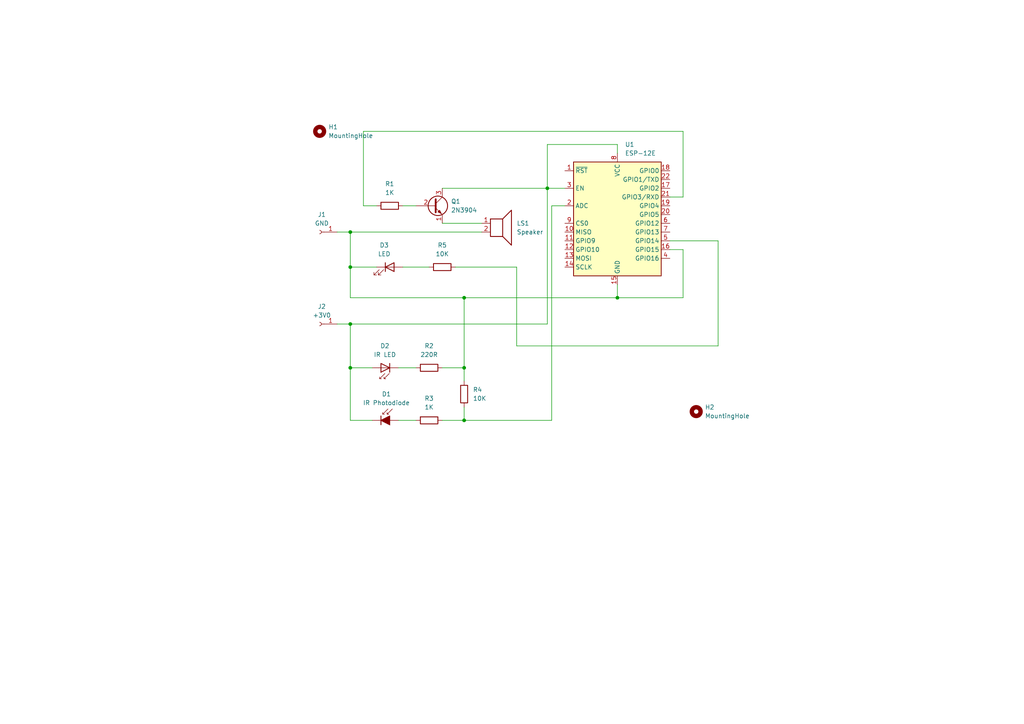
<source format=kicad_sch>
(kicad_sch (version 20231120) (generator "eeschema") (generator_version "8.0")
  (paper "A4")
  (lib_symbols
    (symbol "Connector:Conn_01x01_Socket" (pin_names (offset 1.016) hide)
      (property "Reference" "J" (at 0 2.54 0))
      (property "Value" "Conn_01x01_Socket" (at 0 -2.54 0))
      (symbol "Conn_01x01_Socket_1_1"
        (polyline (pts (xy -1.27 0) (xy -0.508 0)) (stroke (width 0.1524)))
        (arc (start 0 0.508) (mid -0.5058 0) (end 0 -0.508) (stroke (width 0.1524)))
        (pin passive line (at -5.08 0 0) (length 3.81) (name "Pin_1") (number "1"))
      )
    )
    (symbol "Device:D_Photo_Filled" (pin_numbers hide) (pin_names hide)
      (property "Reference" "D" (at 0.508 1.778 0))
      (property "Value" "D_Photo_Filled" (at -1.016 -2.794 0))
      (symbol "D_Photo_Filled_0_1"
        (polyline (pts (xy -2.54 1.27) (xy -2.54 -1.27)) (stroke (width 0.254)))
        (polyline (pts (xy -2.032 1.778) (xy -1.524 1.778)))
        (polyline (pts (xy 0 0) (xy -2.54 0)))
        (polyline (pts (xy -0.508 3.302) (xy -2.032 1.778) (xy -2.032 2.286)))
        (polyline (pts (xy 0 -1.27) (xy 0 1.27) (xy -2.54 0) (xy 0 -1.27)) (stroke (width 0.254)) (fill (type outline)))
        (polyline (pts (xy 0.762 3.302) (xy -0.762 1.778) (xy -0.762 2.286) (xy -0.762 1.778) (xy -0.254 1.778)))
      )
      (symbol "D_Photo_Filled_1_1"
        (pin passive line (at -5.08 0 0) (length 2.54) (name "K") (number "1"))
        (pin passive line (at 2.54 0 180) (length 2.54) (name "A") (number "2"))
      )
    )
    (symbol "Device:LED" (pin_numbers hide) (pin_names (offset 1.016) hide)
      (property "Reference" "D" (at 0 2.54 0))
      (property "Value" "LED" (at 0 -2.54 0))
      (symbol "LED_0_1"
        (polyline (pts (xy -1.27 -1.27) (xy -1.27 1.27)) (stroke (width 0.254)))
        (polyline (pts (xy -1.27 0) (xy 1.27 0)))
        (polyline (pts (xy 1.27 -1.27) (xy 1.27 1.27) (xy -1.27 0) (xy 1.27 -1.27)) (stroke (width 0.254)))
        (polyline (pts (xy -3.048 -0.762) (xy -4.572 -2.286) (xy -3.81 -2.286) (xy -4.572 -2.286) (xy -4.572 -1.524)))
        (polyline (pts (xy -1.778 -0.762) (xy -3.302 -2.286) (xy -2.54 -2.286) (xy -3.302 -2.286) (xy -3.302 -1.524)))
      )
      (symbol "LED_1_1"
        (pin passive line (at -3.81 0 0) (length 2.54) (name "K") (number "1"))
        (pin passive line (at 3.81 0 180) (length 2.54) (name "A") (number "2"))
      )
    )
    (symbol "Device:R" (pin_numbers hide) (pin_names (offset 0))
      (property "Reference" "R" (at 2.032 0 90))
      (property "Value" "R" (at 0 0 90))
      (symbol "R_0_1"
        (rectangle (start -1.016 -2.54) (end 1.016 2.54) (stroke (width 0.254)))
      )
      (symbol "R_1_1"
        (pin passive line (at 0 3.81 270) (length 1.27) (name "~") (number "1"))
        (pin passive line (at 0 -3.81 90) (length 1.27) (name "~") (number "2"))
      )
    )
    (symbol "Device:Speaker" (pin_names (offset 0) hide)
      (property "Reference" "LS" (at 1.27 5.715 0))
      (property "Value" "Speaker" (at 1.27 3.81 0))
      (symbol "Speaker_0_0"
        (rectangle (start -2.54 1.27) (end 1.016 -3.81) (stroke (width 0.254)))
        (polyline (pts (xy 1.016 1.27) (xy 3.556 3.81) (xy 3.556 -6.35) (xy 1.016 -3.81)) (stroke (width 0.254)))
      )
      (symbol "Speaker_1_1"
        (pin input line (at -5.08 0 0) (length 2.54) (name "1") (number "1"))
        (pin input line (at -5.08 -2.54 0) (length 2.54) (name "2") (number "2"))
      )
    )
    (symbol "LED:IR204A" (pin_numbers hide) (pin_names (offset 1.016) hide)
      (property "Reference" "D" (at 0.508 1.778 0))
      (property "Value" "IR204A" (at -1.016 -2.794 0))
      (symbol "IR204A_0_1"
        (polyline (pts (xy -2.54 1.27) (xy -2.54 -1.27)) (stroke (width 0.254)))
        (polyline (pts (xy 0 0) (xy -2.54 0)))
        (polyline (pts (xy 0.381 3.175) (xy -0.127 3.175)))
        (polyline (pts (xy -1.143 1.651) (xy 0.381 3.175) (xy 0.381 2.667)))
        (polyline (pts (xy 0 1.27) (xy -2.54 0) (xy 0 -1.27) (xy 0 1.27)) (stroke (width 0.254)))
        (polyline (pts (xy -2.413 1.651) (xy -0.889 3.175) (xy -0.889 2.667) (xy -0.889 3.175) (xy -1.397 3.175)))
      )
      (symbol "IR204A_1_1"
        (pin passive line (at -5.08 0 0) (length 2.54) (name "K") (number "1"))
        (pin passive line (at 2.54 0 180) (length 2.54) (name "A") (number "2"))
      )
    )
    (symbol "Mechanical:MountingHole" (pin_names (offset 1.016)) (exclude_from_sim yes) (in_bom no)
      (property "Reference" "H" (at 0 5.08 0))
      (property "Value" "MountingHole" (at 0 3.175 0))
      (symbol "MountingHole_0_1"
        (circle (center 0 0) (radius 1.27) (stroke (width 1.27)))
      )
    )
    (symbol "RF_Module:ESP-12E"
      (property "Reference" "U" (at -12.7 19.05 0))
      (property "Value" "ESP-12E" (at 12.7 19.05 0))
      (symbol "ESP-12E_0_1"
        (rectangle (start -12.7 17.78) (end 12.7 -15.24) (stroke (width 0.254)) (fill (type background)))
      )
      (symbol "ESP-12E_1_1"
        (pin input line (at -15.24 15.24 0) (length 2.54) (name "~{RST}") (number "1"))
        (pin bidirectional line (at -15.24 -2.54 0) (length 2.54) (name "MISO") (number "10"))
        (pin bidirectional line (at -15.24 -5.08 0) (length 2.54) (name "GPIO9") (number "11"))
        (pin bidirectional line (at -15.24 -7.62 0) (length 2.54) (name "GPIO10") (number "12"))
        (pin bidirectional line (at -15.24 -10.16 0) (length 2.54) (name "MOSI") (number "13"))
        (pin bidirectional line (at -15.24 -12.7 0) (length 2.54) (name "SCLK") (number "14"))
        (pin power_in line (at 0 -17.78 90) (length 2.54) (name "GND") (number "15"))
        (pin bidirectional line (at 15.24 -7.62 180) (length 2.54) (name "GPIO15") (number "16"))
        (pin bidirectional line (at 15.24 10.16 180) (length 2.54) (name "GPIO2") (number "17"))
        (pin bidirectional line (at 15.24 15.24 180) (length 2.54) (name "GPIO0") (number "18"))
        (pin bidirectional line (at 15.24 5.08 180) (length 2.54) (name "GPIO4") (number "19"))
        (pin input line (at -15.24 5.08 0) (length 2.54) (name "ADC") (number "2"))
        (pin bidirectional line (at 15.24 2.54 180) (length 2.54) (name "GPIO5") (number "20"))
        (pin bidirectional line (at 15.24 7.62 180) (length 2.54) (name "GPIO3/RXD") (number "21"))
        (pin bidirectional line (at 15.24 12.7 180) (length 2.54) (name "GPIO1/TXD") (number "22"))
        (pin input line (at -15.24 10.16 0) (length 2.54) (name "EN") (number "3"))
        (pin bidirectional line (at 15.24 -10.16 180) (length 2.54) (name "GPIO16") (number "4"))
        (pin bidirectional line (at 15.24 -5.08 180) (length 2.54) (name "GPIO14") (number "5"))
        (pin bidirectional line (at 15.24 0 180) (length 2.54) (name "GPIO12") (number "6"))
        (pin bidirectional line (at 15.24 -2.54 180) (length 2.54) (name "GPIO13") (number "7"))
        (pin power_in line (at 0 20.32 270) (length 2.54) (name "VCC") (number "8"))
        (pin input line (at -15.24 0 0) (length 2.54) (name "CS0") (number "9"))
      )
    )
    (symbol "Transistor_BJT:2N3904" (pin_names (offset 0) hide)
      (property "Reference" "Q" (at 5.08 1.905 0))
      (property "Value" "2N3904" (at 5.08 0 0))
      (symbol "2N3904_0_1"
        (polyline (pts (xy 0.635 0.635) (xy 2.54 2.54)))
        (polyline (pts (xy 0.635 -0.635) (xy 2.54 -2.54) (xy 2.54 -2.54)))
        (polyline (pts (xy 0.635 1.905) (xy 0.635 -1.905) (xy 0.635 -1.905)) (stroke (width 0.508)))
        (polyline (pts (xy 1.27 -1.778) (xy 1.778 -1.27) (xy 2.286 -2.286) (xy 1.27 -1.778) (xy 1.27 -1.778)) (fill (type outline)))
        (circle (center 1.27 0) (radius 2.8194) (stroke (width 0.254)))
      )
      (symbol "2N3904_1_1"
        (pin passive line (at 2.54 -5.08 90) (length 2.54) (name "E") (number "1"))
        (pin passive line (at -5.08 0 0) (length 5.715) (name "B") (number "2"))
        (pin passive line (at 2.54 5.08 270) (length 2.54) (name "C") (number "3"))
      )
    )
  )
  (junction (at 101.6 106.68))
  (junction (at 101.6 77.47))
  (junction (at 101.6 67.31))
  (junction (at 134.62 86.36))
  (junction (at 134.62 106.68))
  (junction (at 179.07 86.36))
  (junction (at 101.6 93.98))
  (junction (at 158.75 54.61))
  (junction (at 134.62 121.92))
  (wire (pts (xy 134.62 86.36) (xy 134.62 106.68)))
  (wire (pts (xy 97.79 93.98) (xy 101.6 93.98)))
  (wire (pts (xy 149.86 100.33) (xy 208.28 100.33)))
  (wire (pts (xy 101.6 77.47) (xy 101.6 67.31)))
  (wire (pts (xy 179.07 41.91) (xy 158.75 41.91)))
  (wire (pts (xy 163.83 54.61) (xy 158.75 54.61)))
  (wire (pts (xy 101.6 77.47) (xy 109.22 77.47)))
  (wire (pts (xy 179.07 82.55) (xy 179.07 86.36)))
  (wire (pts (xy 109.22 59.69) (xy 105.41 59.69)))
  (wire (pts (xy 101.6 86.36) (xy 101.6 77.47)))
  (wire (pts (xy 101.6 106.68) (xy 107.95 106.68)))
  (wire (pts (xy 158.75 54.61) (xy 158.75 93.98)))
  (wire (pts (xy 101.6 121.92) (xy 101.6 106.68)))
  (wire (pts (xy 115.57 106.68) (xy 120.65 106.68)))
  (wire (pts (xy 139.7 67.31) (xy 101.6 67.31)))
  (wire (pts (xy 116.84 77.47) (xy 124.46 77.47)))
  (wire (pts (xy 198.12 86.36) (xy 179.07 86.36)))
  (wire (pts (xy 208.28 69.85) (xy 194.31 69.85)))
  (wire (pts (xy 128.27 121.92) (xy 134.62 121.92)))
  (wire (pts (xy 116.84 59.69) (xy 120.65 59.69)))
  (wire (pts (xy 128.27 64.77) (xy 139.7 64.77)))
  (wire (pts (xy 105.41 59.69) (xy 105.41 38.1)))
  (wire (pts (xy 179.07 86.36) (xy 134.62 86.36)))
  (wire (pts (xy 158.75 41.91) (xy 158.75 54.61)))
  (wire (pts (xy 101.6 93.98) (xy 101.6 106.68)))
  (wire (pts (xy 128.27 106.68) (xy 134.62 106.68)))
  (wire (pts (xy 160.02 121.92) (xy 134.62 121.92)))
  (wire (pts (xy 163.83 59.69) (xy 160.02 59.69)))
  (wire (pts (xy 105.41 38.1) (xy 198.12 38.1)))
  (wire (pts (xy 115.57 121.92) (xy 120.65 121.92)))
  (wire (pts (xy 160.02 59.69) (xy 160.02 121.92)))
  (wire (pts (xy 149.86 77.47) (xy 149.86 100.33)))
  (wire (pts (xy 101.6 121.92) (xy 107.95 121.92)))
  (wire (pts (xy 134.62 106.68) (xy 134.62 110.49)))
  (wire (pts (xy 128.27 54.61) (xy 158.75 54.61)))
  (wire (pts (xy 208.28 100.33) (xy 208.28 69.85)))
  (wire (pts (xy 194.31 72.39) (xy 198.12 72.39)))
  (wire (pts (xy 97.79 67.31) (xy 101.6 67.31)))
  (wire (pts (xy 179.07 44.45) (xy 179.07 41.91)))
  (wire (pts (xy 198.12 57.15) (xy 194.31 57.15)))
  (wire (pts (xy 132.08 77.47) (xy 149.86 77.47)))
  (wire (pts (xy 134.62 118.11) (xy 134.62 121.92)))
  (wire (pts (xy 158.75 93.98) (xy 101.6 93.98)))
  (wire (pts (xy 134.62 86.36) (xy 101.6 86.36)))
  (wire (pts (xy 198.12 38.1) (xy 198.12 57.15)))
  (wire (pts (xy 198.12 72.39) (xy 198.12 86.36)))
  (symbol (lib_id "Device:LED") (at 113.03 77.47 0) (unit 1)
    (property "Reference" "D3" (at 111.4425 71.12 0))
    (property "Value" "LED" (at 111.4425 73.66 0))
    (property "Footprint" "Connector_Wire:SolderWire-0.5sqmm_1x02_P4.6mm_D0.9mm_OD2.1mm" (effects (hide yes)))
    (property "Description" "Light emitting diode" (effects (hide yes)))
  )
  (symbol (lib_id "Connector:Conn_01x01_Socket") (at 92.71 67.31 180) (unit 1)
    (property "Reference" "J1" (at 93.345 62.23 0))
    (property "Value" "GND" (at 93.345 64.77 0))
    (property "Footprint" "Connector_Wire:SolderWire-0.5sqmm_1x01_D0.9mm_OD2.1mm" (effects (hide yes)))
    (property "Description" "Generic connector, single row, 01x01, script generated" (effects (hide yes)))
  )
  (symbol (lib_id "Device:R") (at 128.27 77.47 90) (unit 1)
    (property "Reference" "R5" (at 128.27 71.12 90))
    (property "Value" "10K" (at 128.27 73.66 90))
    (property "Footprint" "Resistor_THT:R_Axial_DIN0207_L6.3mm_D2.5mm_P10.16mm_Horizontal" (effects (hide yes)))
    (property "Description" "Resistor" (effects (hide yes)))
  )
  (symbol (lib_id "Device:R") (at 124.46 121.92 90) (unit 1)
    (property "Reference" "R3" (at 124.46 115.57 90))
    (property "Value" "1K" (at 124.46 118.11 90))
    (property "Footprint" "Resistor_THT:R_Axial_DIN0207_L6.3mm_D2.5mm_P10.16mm_Horizontal" (effects (hide yes)))
    (property "Description" "Resistor" (effects (hide yes)))
  )
  (symbol (lib_id "Connector:Conn_01x01_Socket") (at 92.71 93.98 180) (unit 1)
    (property "Reference" "J2" (at 93.345 88.9 0))
    (property "Value" "+3V0" (at 93.345 91.44 0))
    (property "Footprint" "Connector_Wire:SolderWire-0.5sqmm_1x01_D0.9mm_OD2.1mm" (effects (hide yes)))
    (property "Description" "Generic connector, single row, 01x01, script generated" (effects (hide yes)))
  )
  (symbol (lib_id "Device:D_Photo_Filled") (at 113.03 121.92 0) (unit 1)
    (property "Reference" "D1" (at 112.0775 114.3 0))
    (property "Value" "IR Photodiode" (at 112.0775 116.84 0))
    (property "Footprint" "Connector_Wire:SolderWire-0.5sqmm_1x02_P4.6mm_D0.9mm_OD2.1mm" (effects (hide yes)))
    (property "Description" "Photodiode, filled shape" (effects (hide yes)))
  )
  (symbol (lib_id "RF_Module:ESP-12E") (at 179.07 64.77 0) (unit 1)
    (property "Reference" "U1" (at 181.2641 41.91 0) (effects (justify left)))
    (property "Value" "ESP-12E" (at 181.2641 44.45 0) (effects (justify left)))
    (property "Footprint" "RF_Module:ESP-12E" (effects (hide yes)))
    (property "Datasheet" "http://wiki.ai-thinker.com/_media/esp8266/esp8266_series_modules_user_manual_v1.1.pdf" (effects (hide yes)))
    (property "Description" "802.11 b/g/n Wi-Fi Module" (effects (hide yes)))
  )
  (symbol (lib_id "Device:R") (at 124.46 106.68 90) (unit 1)
    (property "Reference" "R2" (at 124.46 100.33 90))
    (property "Value" "220R" (at 124.46 102.87 90))
    (property "Footprint" "Resistor_THT:R_Axial_DIN0207_L6.3mm_D2.5mm_P10.16mm_Horizontal" (effects (hide yes)))
    (property "Description" "Resistor" (effects (hide yes)))
  )
  (symbol (lib_id "Mechanical:MountingHole") (at 201.93 119.38 0) (unit 1) (exclude_from_sim yes) (in_bom no)
    (property "Reference" "H2" (at 204.47 118.1099 0) (effects (justify left)))
    (property "Value" "MountingHole" (at 204.47 120.6499 0) (effects (justify left)))
    (property "Footprint" "MountingHole:MountingHole_2.2mm_M2" (effects (hide yes)))
    (property "Description" "Mounting Hole without connection" (effects (hide yes)))
  )
  (symbol (lib_id "Device:R") (at 113.03 59.69 90) (unit 1)
    (property "Reference" "R1" (at 113.03 53.34 90))
    (property "Value" "1K" (at 113.03 55.88 90))
    (property "Footprint" "Resistor_THT:R_Axial_DIN0207_L6.3mm_D2.5mm_P10.16mm_Horizontal" (effects (hide yes)))
    (property "Description" "Resistor" (effects (hide yes)))
  )
  (symbol (lib_id "Device:Speaker") (at 144.78 64.77 0) (unit 1)
    (property "Reference" "LS1" (at 149.86 64.7699 0) (effects (justify left)))
    (property "Value" "Speaker" (at 149.86 67.3099 0) (effects (justify left)))
    (property "Footprint" "Connector_Wire:SolderWire-0.5sqmm_1x02_P4.6mm_D0.9mm_OD2.1mm" (effects (hide yes)))
    (property "Description" "Speaker" (effects (hide yes)))
  )
  (symbol (lib_id "LED:IR204A") (at 110.49 106.68 180) (unit 1)
    (property "Reference" "D2" (at 111.633 100.33 0))
    (property "Value" "IR LED" (at 111.633 102.87 0))
    (property "Footprint" "Connector_Wire:SolderWire-0.5sqmm_1x02_P4.6mm_D0.9mm_OD2.1mm" (effects (hide yes)))
    (property "Datasheet" "http://www.everlight.com/file/ProductFile/IR204-A.pdf" (effects (hide yes)))
    (property "Description" "Infrared LED , 3mm LED package" (effects (hide yes)))
  )
  (symbol (lib_id "Device:R") (at 134.62 114.3 180) (unit 1)
    (property "Reference" "R4" (at 137.16 113.0299 0) (effects (justify right)))
    (property "Value" "10K" (at 137.16 115.5699 0) (effects (justify right)))
    (property "Footprint" "Resistor_THT:R_Axial_DIN0207_L6.3mm_D2.5mm_P10.16mm_Horizontal" (effects (hide yes)))
    (property "Description" "Resistor" (effects (hide yes)))
  )
  (symbol (lib_id "Transistor_BJT:2N3904") (at 125.73 59.69 0) (unit 1)
    (property "Reference" "Q1" (at 130.81 58.4199 0) (effects (justify left)))
    (property "Value" "2N3904" (at 130.81 60.9599 0) (effects (justify left)))
    (property "Footprint" "Package_TO_SOT_THT:TO-92_Inline" (effects (hide yes)))
    (property "Datasheet" "https://www.onsemi.com/pub/Collateral/2N3903-D.PDF" (effects (hide yes)))
    (property "Description" "0.2A Ic, 40V Vce, Small Signal NPN Transistor, TO-92" (effects (hide yes)))
  )
  (symbol (lib_id "Mechanical:MountingHole") (at 92.71 38.1 0) (unit 1) (exclude_from_sim yes) (in_bom no)
    (property "Reference" "H1" (at 95.25 36.8299 0) (effects (justify left)))
    (property "Value" "MountingHole" (at 95.25 39.3699 0) (effects (justify left)))
    (property "Footprint" "MountingHole:MountingHole_2.2mm_M2" (effects (hide yes)))
    (property "Description" "Mounting Hole without connection" (effects (hide yes)))
  )
)
</source>
